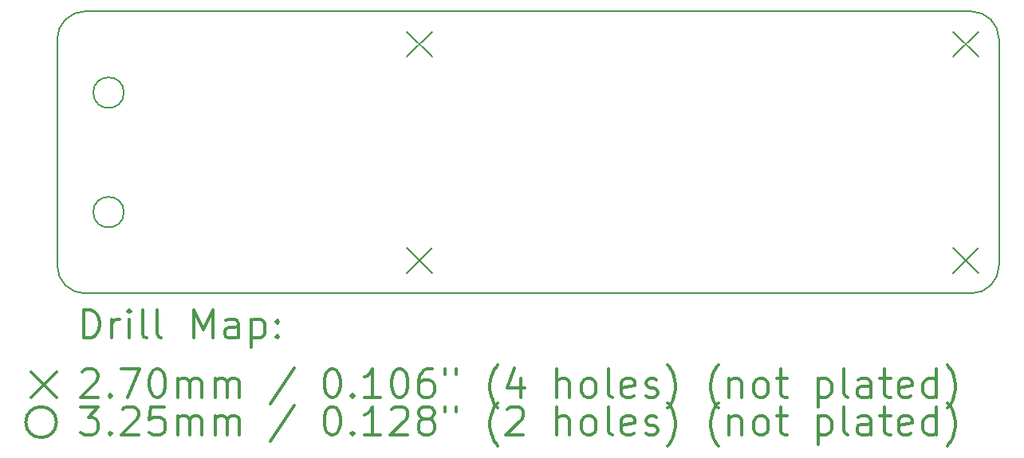
<source format=gbr>
%FSLAX45Y45*%
G04 Gerber Fmt 4.5, Leading zero omitted, Abs format (unit mm)*
G04 Created by KiCad (PCBNEW (5.1.9)-1) date 2021-04-20 17:01:52*
%MOMM*%
%LPD*%
G01*
G04 APERTURE LIST*
%TA.AperFunction,Profile*%
%ADD10C,0.150000*%
%TD*%
%ADD11C,0.200000*%
%ADD12C,0.300000*%
G04 APERTURE END LIST*
D10*
X17903200Y-12106800D02*
X17953200Y-12106800D01*
X18253200Y-9406800D02*
X18253200Y-11806800D01*
X8553200Y-9106800D02*
X17953200Y-9106800D01*
X8253200Y-11806800D02*
X8253200Y-9406800D01*
X8253200Y-9406800D02*
G75*
G02*
X8553200Y-9106800I300000J0D01*
G01*
X8553200Y-12106800D02*
G75*
G02*
X8253200Y-11806800I0J300000D01*
G01*
X18253200Y-11806800D02*
G75*
G02*
X17953200Y-12106800I-300000J0D01*
G01*
X17953200Y-9106800D02*
G75*
G02*
X18253200Y-9406800I0J-300000D01*
G01*
X8553200Y-12106800D02*
X17903200Y-12106800D01*
D11*
X11968200Y-9321800D02*
X12238200Y-9591800D01*
X12238200Y-9321800D02*
X11968200Y-9591800D01*
X11968200Y-11621800D02*
X12238200Y-11891800D01*
X12238200Y-11621800D02*
X11968200Y-11891800D01*
X17768200Y-9321800D02*
X18038200Y-9591800D01*
X18038200Y-9321800D02*
X17768200Y-9591800D01*
X17768200Y-11621800D02*
X18038200Y-11891800D01*
X18038200Y-11621800D02*
X17768200Y-11891800D01*
X8961700Y-9971800D02*
G75*
G03*
X8961700Y-9971800I-162500J0D01*
G01*
X8961700Y-11241800D02*
G75*
G03*
X8961700Y-11241800I-162500J0D01*
G01*
D12*
X8532128Y-12580014D02*
X8532128Y-12280014D01*
X8603557Y-12280014D01*
X8646414Y-12294300D01*
X8674986Y-12322871D01*
X8689271Y-12351443D01*
X8703557Y-12408586D01*
X8703557Y-12451443D01*
X8689271Y-12508586D01*
X8674986Y-12537157D01*
X8646414Y-12565729D01*
X8603557Y-12580014D01*
X8532128Y-12580014D01*
X8832128Y-12580014D02*
X8832128Y-12380014D01*
X8832128Y-12437157D02*
X8846414Y-12408586D01*
X8860700Y-12394300D01*
X8889271Y-12380014D01*
X8917843Y-12380014D01*
X9017843Y-12580014D02*
X9017843Y-12380014D01*
X9017843Y-12280014D02*
X9003557Y-12294300D01*
X9017843Y-12308586D01*
X9032128Y-12294300D01*
X9017843Y-12280014D01*
X9017843Y-12308586D01*
X9203557Y-12580014D02*
X9174986Y-12565729D01*
X9160700Y-12537157D01*
X9160700Y-12280014D01*
X9360700Y-12580014D02*
X9332128Y-12565729D01*
X9317843Y-12537157D01*
X9317843Y-12280014D01*
X9703557Y-12580014D02*
X9703557Y-12280014D01*
X9803557Y-12494300D01*
X9903557Y-12280014D01*
X9903557Y-12580014D01*
X10174986Y-12580014D02*
X10174986Y-12422871D01*
X10160700Y-12394300D01*
X10132128Y-12380014D01*
X10074986Y-12380014D01*
X10046414Y-12394300D01*
X10174986Y-12565729D02*
X10146414Y-12580014D01*
X10074986Y-12580014D01*
X10046414Y-12565729D01*
X10032128Y-12537157D01*
X10032128Y-12508586D01*
X10046414Y-12480014D01*
X10074986Y-12465729D01*
X10146414Y-12465729D01*
X10174986Y-12451443D01*
X10317843Y-12380014D02*
X10317843Y-12680014D01*
X10317843Y-12394300D02*
X10346414Y-12380014D01*
X10403557Y-12380014D01*
X10432128Y-12394300D01*
X10446414Y-12408586D01*
X10460700Y-12437157D01*
X10460700Y-12522871D01*
X10446414Y-12551443D01*
X10432128Y-12565729D01*
X10403557Y-12580014D01*
X10346414Y-12580014D01*
X10317843Y-12565729D01*
X10589271Y-12551443D02*
X10603557Y-12565729D01*
X10589271Y-12580014D01*
X10574986Y-12565729D01*
X10589271Y-12551443D01*
X10589271Y-12580014D01*
X10589271Y-12394300D02*
X10603557Y-12408586D01*
X10589271Y-12422871D01*
X10574986Y-12408586D01*
X10589271Y-12394300D01*
X10589271Y-12422871D01*
X7975700Y-12939300D02*
X8245700Y-13209300D01*
X8245700Y-12939300D02*
X7975700Y-13209300D01*
X8517843Y-12938586D02*
X8532128Y-12924300D01*
X8560700Y-12910014D01*
X8632128Y-12910014D01*
X8660700Y-12924300D01*
X8674986Y-12938586D01*
X8689271Y-12967157D01*
X8689271Y-12995729D01*
X8674986Y-13038586D01*
X8503557Y-13210014D01*
X8689271Y-13210014D01*
X8817843Y-13181443D02*
X8832128Y-13195729D01*
X8817843Y-13210014D01*
X8803557Y-13195729D01*
X8817843Y-13181443D01*
X8817843Y-13210014D01*
X8932128Y-12910014D02*
X9132128Y-12910014D01*
X9003557Y-13210014D01*
X9303557Y-12910014D02*
X9332128Y-12910014D01*
X9360700Y-12924300D01*
X9374986Y-12938586D01*
X9389271Y-12967157D01*
X9403557Y-13024300D01*
X9403557Y-13095729D01*
X9389271Y-13152871D01*
X9374986Y-13181443D01*
X9360700Y-13195729D01*
X9332128Y-13210014D01*
X9303557Y-13210014D01*
X9274986Y-13195729D01*
X9260700Y-13181443D01*
X9246414Y-13152871D01*
X9232128Y-13095729D01*
X9232128Y-13024300D01*
X9246414Y-12967157D01*
X9260700Y-12938586D01*
X9274986Y-12924300D01*
X9303557Y-12910014D01*
X9532128Y-13210014D02*
X9532128Y-13010014D01*
X9532128Y-13038586D02*
X9546414Y-13024300D01*
X9574986Y-13010014D01*
X9617843Y-13010014D01*
X9646414Y-13024300D01*
X9660700Y-13052871D01*
X9660700Y-13210014D01*
X9660700Y-13052871D02*
X9674986Y-13024300D01*
X9703557Y-13010014D01*
X9746414Y-13010014D01*
X9774986Y-13024300D01*
X9789271Y-13052871D01*
X9789271Y-13210014D01*
X9932128Y-13210014D02*
X9932128Y-13010014D01*
X9932128Y-13038586D02*
X9946414Y-13024300D01*
X9974986Y-13010014D01*
X10017843Y-13010014D01*
X10046414Y-13024300D01*
X10060700Y-13052871D01*
X10060700Y-13210014D01*
X10060700Y-13052871D02*
X10074986Y-13024300D01*
X10103557Y-13010014D01*
X10146414Y-13010014D01*
X10174986Y-13024300D01*
X10189271Y-13052871D01*
X10189271Y-13210014D01*
X10774986Y-12895729D02*
X10517843Y-13281443D01*
X11160700Y-12910014D02*
X11189271Y-12910014D01*
X11217843Y-12924300D01*
X11232128Y-12938586D01*
X11246414Y-12967157D01*
X11260700Y-13024300D01*
X11260700Y-13095729D01*
X11246414Y-13152871D01*
X11232128Y-13181443D01*
X11217843Y-13195729D01*
X11189271Y-13210014D01*
X11160700Y-13210014D01*
X11132128Y-13195729D01*
X11117843Y-13181443D01*
X11103557Y-13152871D01*
X11089271Y-13095729D01*
X11089271Y-13024300D01*
X11103557Y-12967157D01*
X11117843Y-12938586D01*
X11132128Y-12924300D01*
X11160700Y-12910014D01*
X11389271Y-13181443D02*
X11403557Y-13195729D01*
X11389271Y-13210014D01*
X11374986Y-13195729D01*
X11389271Y-13181443D01*
X11389271Y-13210014D01*
X11689271Y-13210014D02*
X11517843Y-13210014D01*
X11603557Y-13210014D02*
X11603557Y-12910014D01*
X11574986Y-12952871D01*
X11546414Y-12981443D01*
X11517843Y-12995729D01*
X11874986Y-12910014D02*
X11903557Y-12910014D01*
X11932128Y-12924300D01*
X11946414Y-12938586D01*
X11960700Y-12967157D01*
X11974986Y-13024300D01*
X11974986Y-13095729D01*
X11960700Y-13152871D01*
X11946414Y-13181443D01*
X11932128Y-13195729D01*
X11903557Y-13210014D01*
X11874986Y-13210014D01*
X11846414Y-13195729D01*
X11832128Y-13181443D01*
X11817843Y-13152871D01*
X11803557Y-13095729D01*
X11803557Y-13024300D01*
X11817843Y-12967157D01*
X11832128Y-12938586D01*
X11846414Y-12924300D01*
X11874986Y-12910014D01*
X12232128Y-12910014D02*
X12174986Y-12910014D01*
X12146414Y-12924300D01*
X12132128Y-12938586D01*
X12103557Y-12981443D01*
X12089271Y-13038586D01*
X12089271Y-13152871D01*
X12103557Y-13181443D01*
X12117843Y-13195729D01*
X12146414Y-13210014D01*
X12203557Y-13210014D01*
X12232128Y-13195729D01*
X12246414Y-13181443D01*
X12260700Y-13152871D01*
X12260700Y-13081443D01*
X12246414Y-13052871D01*
X12232128Y-13038586D01*
X12203557Y-13024300D01*
X12146414Y-13024300D01*
X12117843Y-13038586D01*
X12103557Y-13052871D01*
X12089271Y-13081443D01*
X12374986Y-12910014D02*
X12374986Y-12967157D01*
X12489271Y-12910014D02*
X12489271Y-12967157D01*
X12932128Y-13324300D02*
X12917843Y-13310014D01*
X12889271Y-13267157D01*
X12874986Y-13238586D01*
X12860700Y-13195729D01*
X12846414Y-13124300D01*
X12846414Y-13067157D01*
X12860700Y-12995729D01*
X12874986Y-12952871D01*
X12889271Y-12924300D01*
X12917843Y-12881443D01*
X12932128Y-12867157D01*
X13174986Y-13010014D02*
X13174986Y-13210014D01*
X13103557Y-12895729D02*
X13032128Y-13110014D01*
X13217843Y-13110014D01*
X13560700Y-13210014D02*
X13560700Y-12910014D01*
X13689271Y-13210014D02*
X13689271Y-13052871D01*
X13674986Y-13024300D01*
X13646414Y-13010014D01*
X13603557Y-13010014D01*
X13574986Y-13024300D01*
X13560700Y-13038586D01*
X13874986Y-13210014D02*
X13846414Y-13195729D01*
X13832128Y-13181443D01*
X13817843Y-13152871D01*
X13817843Y-13067157D01*
X13832128Y-13038586D01*
X13846414Y-13024300D01*
X13874986Y-13010014D01*
X13917843Y-13010014D01*
X13946414Y-13024300D01*
X13960700Y-13038586D01*
X13974986Y-13067157D01*
X13974986Y-13152871D01*
X13960700Y-13181443D01*
X13946414Y-13195729D01*
X13917843Y-13210014D01*
X13874986Y-13210014D01*
X14146414Y-13210014D02*
X14117843Y-13195729D01*
X14103557Y-13167157D01*
X14103557Y-12910014D01*
X14374986Y-13195729D02*
X14346414Y-13210014D01*
X14289271Y-13210014D01*
X14260700Y-13195729D01*
X14246414Y-13167157D01*
X14246414Y-13052871D01*
X14260700Y-13024300D01*
X14289271Y-13010014D01*
X14346414Y-13010014D01*
X14374986Y-13024300D01*
X14389271Y-13052871D01*
X14389271Y-13081443D01*
X14246414Y-13110014D01*
X14503557Y-13195729D02*
X14532128Y-13210014D01*
X14589271Y-13210014D01*
X14617843Y-13195729D01*
X14632128Y-13167157D01*
X14632128Y-13152871D01*
X14617843Y-13124300D01*
X14589271Y-13110014D01*
X14546414Y-13110014D01*
X14517843Y-13095729D01*
X14503557Y-13067157D01*
X14503557Y-13052871D01*
X14517843Y-13024300D01*
X14546414Y-13010014D01*
X14589271Y-13010014D01*
X14617843Y-13024300D01*
X14732128Y-13324300D02*
X14746414Y-13310014D01*
X14774986Y-13267157D01*
X14789271Y-13238586D01*
X14803557Y-13195729D01*
X14817843Y-13124300D01*
X14817843Y-13067157D01*
X14803557Y-12995729D01*
X14789271Y-12952871D01*
X14774986Y-12924300D01*
X14746414Y-12881443D01*
X14732128Y-12867157D01*
X15274986Y-13324300D02*
X15260700Y-13310014D01*
X15232128Y-13267157D01*
X15217843Y-13238586D01*
X15203557Y-13195729D01*
X15189271Y-13124300D01*
X15189271Y-13067157D01*
X15203557Y-12995729D01*
X15217843Y-12952871D01*
X15232128Y-12924300D01*
X15260700Y-12881443D01*
X15274986Y-12867157D01*
X15389271Y-13010014D02*
X15389271Y-13210014D01*
X15389271Y-13038586D02*
X15403557Y-13024300D01*
X15432128Y-13010014D01*
X15474986Y-13010014D01*
X15503557Y-13024300D01*
X15517843Y-13052871D01*
X15517843Y-13210014D01*
X15703557Y-13210014D02*
X15674986Y-13195729D01*
X15660700Y-13181443D01*
X15646414Y-13152871D01*
X15646414Y-13067157D01*
X15660700Y-13038586D01*
X15674986Y-13024300D01*
X15703557Y-13010014D01*
X15746414Y-13010014D01*
X15774986Y-13024300D01*
X15789271Y-13038586D01*
X15803557Y-13067157D01*
X15803557Y-13152871D01*
X15789271Y-13181443D01*
X15774986Y-13195729D01*
X15746414Y-13210014D01*
X15703557Y-13210014D01*
X15889271Y-13010014D02*
X16003557Y-13010014D01*
X15932128Y-12910014D02*
X15932128Y-13167157D01*
X15946414Y-13195729D01*
X15974986Y-13210014D01*
X16003557Y-13210014D01*
X16332128Y-13010014D02*
X16332128Y-13310014D01*
X16332128Y-13024300D02*
X16360700Y-13010014D01*
X16417843Y-13010014D01*
X16446414Y-13024300D01*
X16460700Y-13038586D01*
X16474986Y-13067157D01*
X16474986Y-13152871D01*
X16460700Y-13181443D01*
X16446414Y-13195729D01*
X16417843Y-13210014D01*
X16360700Y-13210014D01*
X16332128Y-13195729D01*
X16646414Y-13210014D02*
X16617843Y-13195729D01*
X16603557Y-13167157D01*
X16603557Y-12910014D01*
X16889271Y-13210014D02*
X16889271Y-13052871D01*
X16874986Y-13024300D01*
X16846414Y-13010014D01*
X16789271Y-13010014D01*
X16760700Y-13024300D01*
X16889271Y-13195729D02*
X16860700Y-13210014D01*
X16789271Y-13210014D01*
X16760700Y-13195729D01*
X16746414Y-13167157D01*
X16746414Y-13138586D01*
X16760700Y-13110014D01*
X16789271Y-13095729D01*
X16860700Y-13095729D01*
X16889271Y-13081443D01*
X16989271Y-13010014D02*
X17103557Y-13010014D01*
X17032128Y-12910014D02*
X17032128Y-13167157D01*
X17046414Y-13195729D01*
X17074986Y-13210014D01*
X17103557Y-13210014D01*
X17317843Y-13195729D02*
X17289271Y-13210014D01*
X17232128Y-13210014D01*
X17203557Y-13195729D01*
X17189271Y-13167157D01*
X17189271Y-13052871D01*
X17203557Y-13024300D01*
X17232128Y-13010014D01*
X17289271Y-13010014D01*
X17317843Y-13024300D01*
X17332128Y-13052871D01*
X17332128Y-13081443D01*
X17189271Y-13110014D01*
X17589271Y-13210014D02*
X17589271Y-12910014D01*
X17589271Y-13195729D02*
X17560700Y-13210014D01*
X17503557Y-13210014D01*
X17474986Y-13195729D01*
X17460700Y-13181443D01*
X17446414Y-13152871D01*
X17446414Y-13067157D01*
X17460700Y-13038586D01*
X17474986Y-13024300D01*
X17503557Y-13010014D01*
X17560700Y-13010014D01*
X17589271Y-13024300D01*
X17703557Y-13324300D02*
X17717843Y-13310014D01*
X17746414Y-13267157D01*
X17760700Y-13238586D01*
X17774986Y-13195729D01*
X17789271Y-13124300D01*
X17789271Y-13067157D01*
X17774986Y-12995729D01*
X17760700Y-12952871D01*
X17746414Y-12924300D01*
X17717843Y-12881443D01*
X17703557Y-12867157D01*
X8245700Y-13474300D02*
G75*
G03*
X8245700Y-13474300I-162500J0D01*
G01*
X8503557Y-13310014D02*
X8689271Y-13310014D01*
X8589271Y-13424300D01*
X8632128Y-13424300D01*
X8660700Y-13438586D01*
X8674986Y-13452871D01*
X8689271Y-13481443D01*
X8689271Y-13552871D01*
X8674986Y-13581443D01*
X8660700Y-13595729D01*
X8632128Y-13610014D01*
X8546414Y-13610014D01*
X8517843Y-13595729D01*
X8503557Y-13581443D01*
X8817843Y-13581443D02*
X8832128Y-13595729D01*
X8817843Y-13610014D01*
X8803557Y-13595729D01*
X8817843Y-13581443D01*
X8817843Y-13610014D01*
X8946414Y-13338586D02*
X8960700Y-13324300D01*
X8989271Y-13310014D01*
X9060700Y-13310014D01*
X9089271Y-13324300D01*
X9103557Y-13338586D01*
X9117843Y-13367157D01*
X9117843Y-13395729D01*
X9103557Y-13438586D01*
X8932128Y-13610014D01*
X9117843Y-13610014D01*
X9389271Y-13310014D02*
X9246414Y-13310014D01*
X9232128Y-13452871D01*
X9246414Y-13438586D01*
X9274986Y-13424300D01*
X9346414Y-13424300D01*
X9374986Y-13438586D01*
X9389271Y-13452871D01*
X9403557Y-13481443D01*
X9403557Y-13552871D01*
X9389271Y-13581443D01*
X9374986Y-13595729D01*
X9346414Y-13610014D01*
X9274986Y-13610014D01*
X9246414Y-13595729D01*
X9232128Y-13581443D01*
X9532128Y-13610014D02*
X9532128Y-13410014D01*
X9532128Y-13438586D02*
X9546414Y-13424300D01*
X9574986Y-13410014D01*
X9617843Y-13410014D01*
X9646414Y-13424300D01*
X9660700Y-13452871D01*
X9660700Y-13610014D01*
X9660700Y-13452871D02*
X9674986Y-13424300D01*
X9703557Y-13410014D01*
X9746414Y-13410014D01*
X9774986Y-13424300D01*
X9789271Y-13452871D01*
X9789271Y-13610014D01*
X9932128Y-13610014D02*
X9932128Y-13410014D01*
X9932128Y-13438586D02*
X9946414Y-13424300D01*
X9974986Y-13410014D01*
X10017843Y-13410014D01*
X10046414Y-13424300D01*
X10060700Y-13452871D01*
X10060700Y-13610014D01*
X10060700Y-13452871D02*
X10074986Y-13424300D01*
X10103557Y-13410014D01*
X10146414Y-13410014D01*
X10174986Y-13424300D01*
X10189271Y-13452871D01*
X10189271Y-13610014D01*
X10774986Y-13295729D02*
X10517843Y-13681443D01*
X11160700Y-13310014D02*
X11189271Y-13310014D01*
X11217843Y-13324300D01*
X11232128Y-13338586D01*
X11246414Y-13367157D01*
X11260700Y-13424300D01*
X11260700Y-13495729D01*
X11246414Y-13552871D01*
X11232128Y-13581443D01*
X11217843Y-13595729D01*
X11189271Y-13610014D01*
X11160700Y-13610014D01*
X11132128Y-13595729D01*
X11117843Y-13581443D01*
X11103557Y-13552871D01*
X11089271Y-13495729D01*
X11089271Y-13424300D01*
X11103557Y-13367157D01*
X11117843Y-13338586D01*
X11132128Y-13324300D01*
X11160700Y-13310014D01*
X11389271Y-13581443D02*
X11403557Y-13595729D01*
X11389271Y-13610014D01*
X11374986Y-13595729D01*
X11389271Y-13581443D01*
X11389271Y-13610014D01*
X11689271Y-13610014D02*
X11517843Y-13610014D01*
X11603557Y-13610014D02*
X11603557Y-13310014D01*
X11574986Y-13352871D01*
X11546414Y-13381443D01*
X11517843Y-13395729D01*
X11803557Y-13338586D02*
X11817843Y-13324300D01*
X11846414Y-13310014D01*
X11917843Y-13310014D01*
X11946414Y-13324300D01*
X11960700Y-13338586D01*
X11974986Y-13367157D01*
X11974986Y-13395729D01*
X11960700Y-13438586D01*
X11789271Y-13610014D01*
X11974986Y-13610014D01*
X12146414Y-13438586D02*
X12117843Y-13424300D01*
X12103557Y-13410014D01*
X12089271Y-13381443D01*
X12089271Y-13367157D01*
X12103557Y-13338586D01*
X12117843Y-13324300D01*
X12146414Y-13310014D01*
X12203557Y-13310014D01*
X12232128Y-13324300D01*
X12246414Y-13338586D01*
X12260700Y-13367157D01*
X12260700Y-13381443D01*
X12246414Y-13410014D01*
X12232128Y-13424300D01*
X12203557Y-13438586D01*
X12146414Y-13438586D01*
X12117843Y-13452871D01*
X12103557Y-13467157D01*
X12089271Y-13495729D01*
X12089271Y-13552871D01*
X12103557Y-13581443D01*
X12117843Y-13595729D01*
X12146414Y-13610014D01*
X12203557Y-13610014D01*
X12232128Y-13595729D01*
X12246414Y-13581443D01*
X12260700Y-13552871D01*
X12260700Y-13495729D01*
X12246414Y-13467157D01*
X12232128Y-13452871D01*
X12203557Y-13438586D01*
X12374986Y-13310014D02*
X12374986Y-13367157D01*
X12489271Y-13310014D02*
X12489271Y-13367157D01*
X12932128Y-13724300D02*
X12917843Y-13710014D01*
X12889271Y-13667157D01*
X12874986Y-13638586D01*
X12860700Y-13595729D01*
X12846414Y-13524300D01*
X12846414Y-13467157D01*
X12860700Y-13395729D01*
X12874986Y-13352871D01*
X12889271Y-13324300D01*
X12917843Y-13281443D01*
X12932128Y-13267157D01*
X13032128Y-13338586D02*
X13046414Y-13324300D01*
X13074986Y-13310014D01*
X13146414Y-13310014D01*
X13174986Y-13324300D01*
X13189271Y-13338586D01*
X13203557Y-13367157D01*
X13203557Y-13395729D01*
X13189271Y-13438586D01*
X13017843Y-13610014D01*
X13203557Y-13610014D01*
X13560700Y-13610014D02*
X13560700Y-13310014D01*
X13689271Y-13610014D02*
X13689271Y-13452871D01*
X13674986Y-13424300D01*
X13646414Y-13410014D01*
X13603557Y-13410014D01*
X13574986Y-13424300D01*
X13560700Y-13438586D01*
X13874986Y-13610014D02*
X13846414Y-13595729D01*
X13832128Y-13581443D01*
X13817843Y-13552871D01*
X13817843Y-13467157D01*
X13832128Y-13438586D01*
X13846414Y-13424300D01*
X13874986Y-13410014D01*
X13917843Y-13410014D01*
X13946414Y-13424300D01*
X13960700Y-13438586D01*
X13974986Y-13467157D01*
X13974986Y-13552871D01*
X13960700Y-13581443D01*
X13946414Y-13595729D01*
X13917843Y-13610014D01*
X13874986Y-13610014D01*
X14146414Y-13610014D02*
X14117843Y-13595729D01*
X14103557Y-13567157D01*
X14103557Y-13310014D01*
X14374986Y-13595729D02*
X14346414Y-13610014D01*
X14289271Y-13610014D01*
X14260700Y-13595729D01*
X14246414Y-13567157D01*
X14246414Y-13452871D01*
X14260700Y-13424300D01*
X14289271Y-13410014D01*
X14346414Y-13410014D01*
X14374986Y-13424300D01*
X14389271Y-13452871D01*
X14389271Y-13481443D01*
X14246414Y-13510014D01*
X14503557Y-13595729D02*
X14532128Y-13610014D01*
X14589271Y-13610014D01*
X14617843Y-13595729D01*
X14632128Y-13567157D01*
X14632128Y-13552871D01*
X14617843Y-13524300D01*
X14589271Y-13510014D01*
X14546414Y-13510014D01*
X14517843Y-13495729D01*
X14503557Y-13467157D01*
X14503557Y-13452871D01*
X14517843Y-13424300D01*
X14546414Y-13410014D01*
X14589271Y-13410014D01*
X14617843Y-13424300D01*
X14732128Y-13724300D02*
X14746414Y-13710014D01*
X14774986Y-13667157D01*
X14789271Y-13638586D01*
X14803557Y-13595729D01*
X14817843Y-13524300D01*
X14817843Y-13467157D01*
X14803557Y-13395729D01*
X14789271Y-13352871D01*
X14774986Y-13324300D01*
X14746414Y-13281443D01*
X14732128Y-13267157D01*
X15274986Y-13724300D02*
X15260700Y-13710014D01*
X15232128Y-13667157D01*
X15217843Y-13638586D01*
X15203557Y-13595729D01*
X15189271Y-13524300D01*
X15189271Y-13467157D01*
X15203557Y-13395729D01*
X15217843Y-13352871D01*
X15232128Y-13324300D01*
X15260700Y-13281443D01*
X15274986Y-13267157D01*
X15389271Y-13410014D02*
X15389271Y-13610014D01*
X15389271Y-13438586D02*
X15403557Y-13424300D01*
X15432128Y-13410014D01*
X15474986Y-13410014D01*
X15503557Y-13424300D01*
X15517843Y-13452871D01*
X15517843Y-13610014D01*
X15703557Y-13610014D02*
X15674986Y-13595729D01*
X15660700Y-13581443D01*
X15646414Y-13552871D01*
X15646414Y-13467157D01*
X15660700Y-13438586D01*
X15674986Y-13424300D01*
X15703557Y-13410014D01*
X15746414Y-13410014D01*
X15774986Y-13424300D01*
X15789271Y-13438586D01*
X15803557Y-13467157D01*
X15803557Y-13552871D01*
X15789271Y-13581443D01*
X15774986Y-13595729D01*
X15746414Y-13610014D01*
X15703557Y-13610014D01*
X15889271Y-13410014D02*
X16003557Y-13410014D01*
X15932128Y-13310014D02*
X15932128Y-13567157D01*
X15946414Y-13595729D01*
X15974986Y-13610014D01*
X16003557Y-13610014D01*
X16332128Y-13410014D02*
X16332128Y-13710014D01*
X16332128Y-13424300D02*
X16360700Y-13410014D01*
X16417843Y-13410014D01*
X16446414Y-13424300D01*
X16460700Y-13438586D01*
X16474986Y-13467157D01*
X16474986Y-13552871D01*
X16460700Y-13581443D01*
X16446414Y-13595729D01*
X16417843Y-13610014D01*
X16360700Y-13610014D01*
X16332128Y-13595729D01*
X16646414Y-13610014D02*
X16617843Y-13595729D01*
X16603557Y-13567157D01*
X16603557Y-13310014D01*
X16889271Y-13610014D02*
X16889271Y-13452871D01*
X16874986Y-13424300D01*
X16846414Y-13410014D01*
X16789271Y-13410014D01*
X16760700Y-13424300D01*
X16889271Y-13595729D02*
X16860700Y-13610014D01*
X16789271Y-13610014D01*
X16760700Y-13595729D01*
X16746414Y-13567157D01*
X16746414Y-13538586D01*
X16760700Y-13510014D01*
X16789271Y-13495729D01*
X16860700Y-13495729D01*
X16889271Y-13481443D01*
X16989271Y-13410014D02*
X17103557Y-13410014D01*
X17032128Y-13310014D02*
X17032128Y-13567157D01*
X17046414Y-13595729D01*
X17074986Y-13610014D01*
X17103557Y-13610014D01*
X17317843Y-13595729D02*
X17289271Y-13610014D01*
X17232128Y-13610014D01*
X17203557Y-13595729D01*
X17189271Y-13567157D01*
X17189271Y-13452871D01*
X17203557Y-13424300D01*
X17232128Y-13410014D01*
X17289271Y-13410014D01*
X17317843Y-13424300D01*
X17332128Y-13452871D01*
X17332128Y-13481443D01*
X17189271Y-13510014D01*
X17589271Y-13610014D02*
X17589271Y-13310014D01*
X17589271Y-13595729D02*
X17560700Y-13610014D01*
X17503557Y-13610014D01*
X17474986Y-13595729D01*
X17460700Y-13581443D01*
X17446414Y-13552871D01*
X17446414Y-13467157D01*
X17460700Y-13438586D01*
X17474986Y-13424300D01*
X17503557Y-13410014D01*
X17560700Y-13410014D01*
X17589271Y-13424300D01*
X17703557Y-13724300D02*
X17717843Y-13710014D01*
X17746414Y-13667157D01*
X17760700Y-13638586D01*
X17774986Y-13595729D01*
X17789271Y-13524300D01*
X17789271Y-13467157D01*
X17774986Y-13395729D01*
X17760700Y-13352871D01*
X17746414Y-13324300D01*
X17717843Y-13281443D01*
X17703557Y-13267157D01*
M02*

</source>
